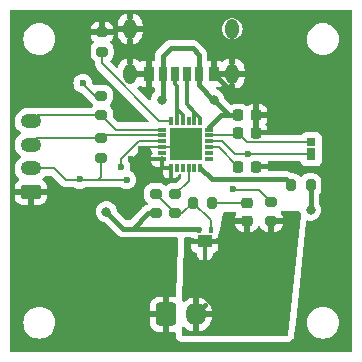
<source format=gbr>
%TF.GenerationSoftware,KiCad,Pcbnew,7.0.11-2.fc38*%
%TF.CreationDate,2024-03-11T20:51:48+00:00*%
%TF.ProjectId,tonie-charger-pd,746f6e69-652d-4636-9861-726765722d70,rev?*%
%TF.SameCoordinates,Original*%
%TF.FileFunction,Copper,L1,Top*%
%TF.FilePolarity,Positive*%
%FSLAX46Y46*%
G04 Gerber Fmt 4.6, Leading zero omitted, Abs format (unit mm)*
G04 Created by KiCad (PCBNEW 7.0.11-2.fc38) date 2024-03-11 20:51:48*
%MOMM*%
%LPD*%
G01*
G04 APERTURE LIST*
G04 Aperture macros list*
%AMRoundRect*
0 Rectangle with rounded corners*
0 $1 Rounding radius*
0 $2 $3 $4 $5 $6 $7 $8 $9 X,Y pos of 4 corners*
0 Add a 4 corners polygon primitive as box body*
4,1,4,$2,$3,$4,$5,$6,$7,$8,$9,$2,$3,0*
0 Add four circle primitives for the rounded corners*
1,1,$1+$1,$2,$3*
1,1,$1+$1,$4,$5*
1,1,$1+$1,$6,$7*
1,1,$1+$1,$8,$9*
0 Add four rect primitives between the rounded corners*
20,1,$1+$1,$2,$3,$4,$5,0*
20,1,$1+$1,$4,$5,$6,$7,0*
20,1,$1+$1,$6,$7,$8,$9,0*
20,1,$1+$1,$8,$9,$2,$3,0*%
G04 Aperture macros list end*
%TA.AperFunction,SMDPad,CuDef*%
%ADD10R,0.310000X0.500000*%
%TD*%
%TA.AperFunction,SMDPad,CuDef*%
%ADD11R,0.310000X0.650000*%
%TD*%
%TA.AperFunction,SMDPad,CuDef*%
%ADD12R,1.300000X1.000000*%
%TD*%
%TA.AperFunction,ComponentPad*%
%ADD13O,1.117600X1.701800*%
%TD*%
%TA.AperFunction,ComponentPad*%
%ADD14C,0.762000*%
%TD*%
%TA.AperFunction,SMDPad,CuDef*%
%ADD15R,0.812800X1.193800*%
%TD*%
%TA.AperFunction,SMDPad,CuDef*%
%ADD16R,0.762000X1.193800*%
%TD*%
%TA.AperFunction,SMDPad,CuDef*%
%ADD17R,0.711200X1.193800*%
%TD*%
%TA.AperFunction,SMDPad,CuDef*%
%ADD18RoundRect,0.200000X-0.275000X0.200000X-0.275000X-0.200000X0.275000X-0.200000X0.275000X0.200000X0*%
%TD*%
%TA.AperFunction,SMDPad,CuDef*%
%ADD19RoundRect,0.200000X-0.200000X-0.275000X0.200000X-0.275000X0.200000X0.275000X-0.200000X0.275000X0*%
%TD*%
%TA.AperFunction,SMDPad,CuDef*%
%ADD20RoundRect,0.200000X0.275000X-0.200000X0.275000X0.200000X-0.275000X0.200000X-0.275000X-0.200000X0*%
%TD*%
%TA.AperFunction,SMDPad,CuDef*%
%ADD21RoundRect,0.200000X0.200000X0.275000X-0.200000X0.275000X-0.200000X-0.275000X0.200000X-0.275000X0*%
%TD*%
%TA.AperFunction,ComponentPad*%
%ADD22RoundRect,0.250000X-0.600000X-0.725000X0.600000X-0.725000X0.600000X0.725000X-0.600000X0.725000X0*%
%TD*%
%TA.AperFunction,ComponentPad*%
%ADD23O,1.700000X1.950000*%
%TD*%
%TA.AperFunction,ComponentPad*%
%ADD24RoundRect,0.250000X0.625000X-0.350000X0.625000X0.350000X-0.625000X0.350000X-0.625000X-0.350000X0*%
%TD*%
%TA.AperFunction,ComponentPad*%
%ADD25O,1.750000X1.200000*%
%TD*%
%TA.AperFunction,SMDPad,CuDef*%
%ADD26R,0.300000X0.800000*%
%TD*%
%TA.AperFunction,SMDPad,CuDef*%
%ADD27R,0.800000X0.300000*%
%TD*%
%TA.AperFunction,SMDPad,CuDef*%
%ADD28R,2.800000X2.800000*%
%TD*%
%TA.AperFunction,SMDPad,CuDef*%
%ADD29R,0.800000X1.050000*%
%TD*%
%TA.AperFunction,SMDPad,CuDef*%
%ADD30R,0.800000X0.650000*%
%TD*%
%TA.AperFunction,SMDPad,CuDef*%
%ADD31RoundRect,0.225000X0.250000X-0.225000X0.250000X0.225000X-0.250000X0.225000X-0.250000X-0.225000X0*%
%TD*%
%TA.AperFunction,SMDPad,CuDef*%
%ADD32RoundRect,0.225000X0.225000X0.250000X-0.225000X0.250000X-0.225000X-0.250000X0.225000X-0.250000X0*%
%TD*%
%TA.AperFunction,SMDPad,CuDef*%
%ADD33RoundRect,0.225000X-0.225000X-0.250000X0.225000X-0.250000X0.225000X0.250000X-0.225000X0.250000X0*%
%TD*%
%TA.AperFunction,ViaPad*%
%ADD34C,0.600000*%
%TD*%
%TA.AperFunction,ViaPad*%
%ADD35C,0.800000*%
%TD*%
%TA.AperFunction,Conductor*%
%ADD36C,0.400000*%
%TD*%
%TA.AperFunction,Conductor*%
%ADD37C,0.200000*%
%TD*%
%TA.AperFunction,Conductor*%
%ADD38C,0.300000*%
%TD*%
G04 APERTURE END LIST*
D10*
%TO.P,Q1,1,G*%
%TO.N,Net-(Q1-G)*%
X117510000Y-119190000D03*
%TO.P,Q1,2,S*%
%TO.N,VBUS*%
X116510000Y-119190000D03*
D11*
%TO.P,Q1,3,D*%
%TO.N,/VSINK*%
X117010000Y-120915000D03*
D12*
X117010000Y-120090000D03*
%TD*%
D13*
%TO.P,J1,10,PAD*%
%TO.N,GND*%
X110679998Y-102119994D03*
%TO.P,J1,9,PAD*%
X110679998Y-105920000D03*
%TO.P,J1,7,PAD*%
X119320002Y-105920000D03*
%TO.P,J1,8,PAD*%
%TO.N,unconnected-(J1-PAD-Pad8)*%
X119320002Y-102119994D03*
D14*
%TO.P,J1,13*%
%TO.N,N/C*%
X119320002Y-102119994D03*
D15*
%TO.P,J1,6,GND*%
%TO.N,GND*%
X112250005Y-105920000D03*
D16*
%TO.P,J1,5,VBUS*%
%TO.N,VBUS*%
X113480003Y-105920000D03*
D17*
%TO.P,J1,4,CC2*%
%TO.N,/CC2*%
X114500001Y-105920000D03*
%TO.P,J1,3,CC1*%
%TO.N,/CC1*%
X115499999Y-105920000D03*
D16*
%TO.P,J1,2,VBUS*%
%TO.N,VBUS*%
X116519997Y-105920000D03*
D15*
%TO.P,J1,1,GND*%
%TO.N,GND*%
X117749995Y-105920000D03*
%TD*%
D18*
%TO.P,R1,1*%
%TO.N,GND*%
X108310000Y-102395000D03*
%TO.P,R1,2*%
%TO.N,Net-(IC1-RESET)*%
X108310000Y-104045000D03*
%TD*%
D19*
%TO.P,R8,1*%
%TO.N,Net-(Q1-G)*%
X116000000Y-116830000D03*
%TO.P,R8,2*%
%TO.N,Net-(C4-Pad2)*%
X117650000Y-116830000D03*
%TD*%
D20*
%TO.P,R7,1*%
%TO.N,Net-(Q1-G)*%
X114505000Y-117745000D03*
%TO.P,R7,2*%
%TO.N,Net-(IC1-VBUS_EN_SNK)*%
X114505000Y-116095000D03*
%TD*%
%TO.P,R6,1*%
%TO.N,VBUS*%
X112870000Y-117745000D03*
%TO.P,R6,2*%
%TO.N,Net-(Q1-G)*%
X112870000Y-116095000D03*
%TD*%
D21*
%TO.P,R5,1*%
%TO.N,VBUS*%
X125970000Y-115340000D03*
%TO.P,R5,2*%
%TO.N,Net-(IC1-VBUS_VS_DISCH)*%
X124320000Y-115340000D03*
%TD*%
D18*
%TO.P,R4,1*%
%TO.N,Net-(IC1-DISCH)*%
X122630000Y-116750000D03*
%TO.P,R4,2*%
%TO.N,/VSINK*%
X122630000Y-118400000D03*
%TD*%
%TO.P,R3,1*%
%TO.N,/SDA*%
X108250000Y-111395000D03*
%TO.P,R3,2*%
%TO.N,VDD*%
X108250000Y-113045000D03*
%TD*%
%TO.P,R2,1*%
%TO.N,VDD*%
X108250000Y-107775000D03*
%TO.P,R2,2*%
%TO.N,/SCL*%
X108250000Y-109425000D03*
%TD*%
D22*
%TO.P,J3,1,Pin_1*%
%TO.N,GND*%
X113750000Y-126290000D03*
D23*
%TO.P,J3,2,Pin_2*%
%TO.N,/VSINK*%
X116250000Y-126290000D03*
%TD*%
D24*
%TO.P,J2,1,Pin_1*%
%TO.N,GND*%
X102290000Y-115940000D03*
D25*
%TO.P,J2,2,Pin_2*%
%TO.N,VDD*%
X102290000Y-113940000D03*
%TO.P,J2,3,Pin_3*%
%TO.N,/SDA*%
X102290000Y-111940000D03*
%TO.P,J2,4,Pin_4*%
%TO.N,/SCL*%
X102290000Y-109940000D03*
%TD*%
D26*
%TO.P,IC1,1,CC1DB*%
%TO.N,/CC1*%
X116630000Y-109900000D03*
%TO.P,IC1,2,CC1*%
X116130000Y-109900000D03*
%TO.P,IC1,3,NC*%
%TO.N,unconnected-(IC1-NC-Pad3)*%
X115630000Y-109900000D03*
%TO.P,IC1,4,CC2*%
%TO.N,/CC2*%
X115130000Y-109900000D03*
%TO.P,IC1,5,CC2DB*%
X114630000Y-109900000D03*
%TO.P,IC1,6,RESET*%
%TO.N,Net-(IC1-RESET)*%
X114130000Y-109900000D03*
D27*
%TO.P,IC1,7,SCL*%
%TO.N,/SCL*%
X113380000Y-110650000D03*
%TO.P,IC1,8,SDA*%
%TO.N,/SDA*%
X113380000Y-111150000D03*
%TO.P,IC1,9,DISCH*%
%TO.N,Net-(IC1-DISCH)*%
X113380000Y-111650000D03*
%TO.P,IC1,10,GND*%
%TO.N,GND*%
X113380000Y-112150000D03*
%TO.P,IC1,11,ATTACH*%
%TO.N,unconnected-(IC1-ATTACH-Pad11)*%
X113380000Y-112650000D03*
%TO.P,IC1,12,ADDR0*%
%TO.N,GND*%
X113380000Y-113150000D03*
D26*
%TO.P,IC1,13,ADDR1*%
X114130000Y-113900000D03*
%TO.P,IC1,14,POWER_OK3*%
%TO.N,unconnected-(IC1-POWER_OK3-Pad14)*%
X114630000Y-113900000D03*
%TO.P,IC1,15,GPIO*%
%TO.N,unconnected-(IC1-GPIO-Pad15)*%
X115130000Y-113900000D03*
%TO.P,IC1,16,VBUS_EN_SNK*%
%TO.N,Net-(IC1-VBUS_EN_SNK)*%
X115630000Y-113900000D03*
%TO.P,IC1,17,A_B_SIDE*%
%TO.N,unconnected-(IC1-A_B_SIDE-Pad17)*%
X116130000Y-113900000D03*
%TO.P,IC1,18,VBUS_VS_DISCH*%
%TO.N,Net-(IC1-VBUS_VS_DISCH)*%
X116630000Y-113900000D03*
D27*
%TO.P,IC1,19,ALERT*%
%TO.N,unconnected-(IC1-ALERT-Pad19)*%
X117380000Y-113150000D03*
%TO.P,IC1,20,POWER_OK2*%
%TO.N,unconnected-(IC1-POWER_OK2-Pad20)*%
X117380000Y-112650000D03*
%TO.P,IC1,21,VREG_1V2*%
%TO.N,Net-(IC1-VREG_1V2)*%
X117380000Y-112150000D03*
%TO.P,IC1,22,VSYS*%
%TO.N,VDD*%
X117380000Y-111650000D03*
%TO.P,IC1,23,VREG_2V7*%
%TO.N,Net-(D1-A)*%
X117380000Y-111150000D03*
%TO.P,IC1,24,VDD*%
%TO.N,VBUS*%
X117380000Y-110650000D03*
D28*
%TO.P,IC1,25,EP*%
%TO.N,GND*%
X115380000Y-111900000D03*
%TD*%
D29*
%TO.P,D1,1,K*%
%TO.N,VDD*%
X126020000Y-112730000D03*
D30*
%TO.P,D1,2,A*%
%TO.N,Net-(D1-A)*%
X126020000Y-111680000D03*
%TD*%
D31*
%TO.P,C4,1*%
%TO.N,/VSINK*%
X120570000Y-118390000D03*
%TO.P,C4,2*%
%TO.N,Net-(C4-Pad2)*%
X120570000Y-116840000D03*
%TD*%
D32*
%TO.P,C3,1*%
%TO.N,GND*%
X121370000Y-113780000D03*
%TO.P,C3,2*%
%TO.N,Net-(IC1-VREG_1V2)*%
X119820000Y-113780000D03*
%TD*%
%TO.P,C2,1*%
%TO.N,GND*%
X121350000Y-110970000D03*
%TO.P,C2,2*%
%TO.N,Net-(D1-A)*%
X119800000Y-110970000D03*
%TD*%
D33*
%TO.P,C1,1*%
%TO.N,VBUS*%
X119815000Y-109450000D03*
%TO.P,C1,2*%
%TO.N,GND*%
X121365000Y-109450000D03*
%TD*%
D34*
%TO.N,GND*%
X110440000Y-117000000D03*
X105400000Y-121220000D03*
X104530000Y-121220000D03*
X103630000Y-121220000D03*
D35*
%TO.N,VBUS*%
X125960000Y-117470000D03*
D34*
%TO.N,Net-(IC1-DISCH)*%
X109910000Y-113800000D03*
X119410000Y-115720000D03*
%TO.N,GND*%
X110790000Y-113130000D03*
X111610000Y-113900000D03*
X111650000Y-112310000D03*
D35*
%TO.N,VBUS*%
X108670000Y-117610000D03*
X113360000Y-108110000D03*
D34*
%TO.N,GND*%
X124120000Y-107320000D03*
%TO.N,VDD*%
X110390000Y-114900000D03*
X106410000Y-114870000D03*
X106690000Y-106740000D03*
D35*
%TO.N,VBUS*%
X117750000Y-108120000D03*
D34*
%TO.N,VDD*%
X120650000Y-112730000D03*
%TD*%
D36*
%TO.N,VBUS*%
X125970000Y-117480000D02*
X125970000Y-117530000D01*
X125960000Y-117470000D02*
X125970000Y-117480000D01*
X125970000Y-117460000D02*
X125960000Y-117470000D01*
X125970000Y-117530000D02*
X125980000Y-117540000D01*
X125970000Y-115340000D02*
X125970000Y-117460000D01*
%TO.N,Net-(IC1-VBUS_VS_DISCH)*%
X124320000Y-115340000D02*
X123850000Y-114870000D01*
X123850000Y-114870000D02*
X117600000Y-114870000D01*
X117600000Y-114870000D02*
X116630000Y-113900000D01*
D37*
%TO.N,Net-(IC1-DISCH)*%
X109910000Y-113800000D02*
X109910000Y-113720000D01*
X109910000Y-113161471D02*
X109910000Y-113800000D01*
X111421471Y-111650000D02*
X109910000Y-113161471D01*
X113380000Y-111650000D02*
X111421471Y-111650000D01*
X119400000Y-115730000D02*
X119380000Y-115730000D01*
X119410000Y-115720000D02*
X119400000Y-115730000D01*
X119420000Y-115730000D02*
X119410000Y-115720000D01*
X121610000Y-115730000D02*
X119420000Y-115730000D01*
X122630000Y-116750000D02*
X121610000Y-115730000D01*
%TO.N,GND*%
X110770000Y-113150000D02*
X110710000Y-113150000D01*
X110790000Y-113130000D02*
X110770000Y-113150000D01*
X110810000Y-113150000D02*
X110790000Y-113130000D01*
X113380000Y-113150000D02*
X110810000Y-113150000D01*
X111610000Y-113870000D02*
X111630000Y-113890000D01*
X111610000Y-113900000D02*
X111610000Y-113870000D01*
X111640000Y-113900000D02*
X111610000Y-113900000D01*
X111640000Y-113900000D02*
X111640000Y-113900000D01*
X114130000Y-113900000D02*
X111640000Y-113900000D01*
X113380000Y-112150000D02*
X115130000Y-112150000D01*
X115130000Y-112150000D02*
X115380000Y-111900000D01*
X111620000Y-112310000D02*
X111650000Y-112280000D01*
X111650000Y-112310000D02*
X111620000Y-112310000D01*
X111650000Y-112280000D02*
X111650000Y-112310000D01*
X111780000Y-112150000D02*
X111650000Y-112280000D01*
X113380000Y-112150000D02*
X111780000Y-112150000D01*
D36*
%TO.N,VBUS*%
X110100000Y-119040000D02*
X110900000Y-119040000D01*
X110900000Y-119040000D02*
X116510000Y-119040000D01*
X112195000Y-117745000D02*
X110900000Y-119040000D01*
X112870000Y-117745000D02*
X112195000Y-117745000D01*
X108670000Y-117610000D02*
X110100000Y-119040000D01*
X113320000Y-108110000D02*
X113320000Y-108110000D01*
X113360000Y-108110000D02*
X113320000Y-108110000D01*
X113360000Y-108070000D02*
X113360000Y-108110000D01*
X113480003Y-107949997D02*
X113360000Y-108070000D01*
X113480003Y-105920000D02*
X113480003Y-107949997D01*
%TO.N,/VSINK*%
X117010000Y-125530000D02*
X116250000Y-126290000D01*
%TO.N,GND*%
X124130000Y-107310000D02*
X124170000Y-107310000D01*
X124120000Y-107320000D02*
X124130000Y-107310000D01*
X124110000Y-107310000D02*
X124120000Y-107320000D01*
X119139995Y-107310000D02*
X124110000Y-107310000D01*
X117749995Y-105920000D02*
X119139995Y-107310000D01*
X112250005Y-105920000D02*
X112250005Y-103469995D01*
X112250005Y-103469995D02*
X113520000Y-102200000D01*
X113520000Y-102200000D02*
X116750000Y-102200000D01*
X116750000Y-102200000D02*
X117749995Y-103199995D01*
X117749995Y-103199995D02*
X117749995Y-105920000D01*
D37*
%TO.N,Net-(IC1-RESET)*%
X114130000Y-109900000D02*
X113153371Y-109900000D01*
X113153371Y-109900000D02*
X108310000Y-105056629D01*
X108310000Y-105056629D02*
X108310000Y-104045000D01*
%TO.N,VDD*%
X110360000Y-114910000D02*
X110350000Y-114910000D01*
X110390000Y-114900000D02*
X110360000Y-114910000D01*
X110340000Y-114910000D02*
X110390000Y-114900000D01*
X106450000Y-114910000D02*
X107980000Y-114910000D01*
X106410000Y-114870000D02*
X106450000Y-114910000D01*
X106370000Y-114910000D02*
X106410000Y-114870000D01*
X106660000Y-106740000D02*
X106690000Y-106770000D01*
X106690000Y-106740000D02*
X106660000Y-106740000D01*
X106690000Y-106770000D02*
X106690000Y-106740000D01*
X107695000Y-107775000D02*
X106690000Y-106770000D01*
X108250000Y-107775000D02*
X107695000Y-107775000D01*
X108250000Y-113045000D02*
X108250000Y-114640000D01*
X108250000Y-114640000D02*
X107980000Y-114910000D01*
%TO.N,/SDA*%
X108250000Y-111395000D02*
X102835000Y-111395000D01*
X102835000Y-111395000D02*
X102290000Y-111940000D01*
X113380000Y-111150000D02*
X108495000Y-111150000D01*
X108495000Y-111150000D02*
X108250000Y-111395000D01*
%TO.N,/SCL*%
X108250000Y-109425000D02*
X102805000Y-109425000D01*
X102805000Y-109425000D02*
X102290000Y-109940000D01*
X113380000Y-110650000D02*
X109475000Y-110650000D01*
X109475000Y-110650000D02*
X108250000Y-109425000D01*
%TO.N,VDD*%
X105220000Y-114910000D02*
X106370000Y-114910000D01*
X107980000Y-114910000D02*
X110340000Y-114910000D01*
X102290000Y-113940000D02*
X104250000Y-113940000D01*
X104250000Y-113940000D02*
X105220000Y-114910000D01*
D36*
%TO.N,VBUS*%
X117750000Y-108146903D02*
X119053097Y-109450000D01*
X117750000Y-108120000D02*
X117750000Y-108146903D01*
X117723097Y-108120000D02*
X117750000Y-108120000D01*
D37*
%TO.N,VDD*%
X120650000Y-112730000D02*
X119570000Y-112730000D01*
%TO.N,Net-(D1-A)*%
X119800000Y-110970000D02*
X120575000Y-111745000D01*
X120575000Y-111745000D02*
X125955000Y-111745000D01*
X125955000Y-111745000D02*
X126020000Y-111680000D01*
%TO.N,VDD*%
X126020000Y-112730000D02*
X120650000Y-112730000D01*
X119570000Y-112730000D02*
X119560000Y-112740000D01*
X118470000Y-111650000D02*
X119560000Y-112740000D01*
X117380000Y-111650000D02*
X118470000Y-111650000D01*
%TO.N,Net-(IC1-VREG_1V2)*%
X119820000Y-113780000D02*
X118190000Y-112150000D01*
X118190000Y-112150000D02*
X117380000Y-112150000D01*
%TO.N,Net-(D1-A)*%
X117380000Y-111150000D02*
X119620000Y-111150000D01*
X119620000Y-111150000D02*
X119800000Y-110970000D01*
D36*
%TO.N,VBUS*%
X119815000Y-109450000D02*
X118380000Y-109450000D01*
X118380000Y-109450000D02*
X117380000Y-110450000D01*
X116519997Y-105920000D02*
X116519997Y-106916900D01*
X116519997Y-106916900D02*
X117723097Y-108120000D01*
X119053097Y-109450000D02*
X119815000Y-109450000D01*
X113480003Y-105920000D02*
X113480003Y-104419997D01*
X113480003Y-104419997D02*
X114130000Y-103770000D01*
X114130000Y-103770000D02*
X115970000Y-103770000D01*
X115970000Y-103770000D02*
X116519997Y-104319997D01*
X116519997Y-104319997D02*
X116519997Y-105920000D01*
D38*
%TO.N,/CC1*%
X116630000Y-109900000D02*
X116630000Y-109650000D01*
X116630000Y-109650000D02*
X116130000Y-109150000D01*
X115499999Y-105920000D02*
X115499999Y-108519999D01*
X115499999Y-108519999D02*
X116130000Y-109150000D01*
X116130000Y-109150000D02*
X116130000Y-109900000D01*
%TO.N,/CC2*%
X114630000Y-106946899D02*
X114630000Y-108930000D01*
X115130000Y-109900000D02*
X115130000Y-109430000D01*
X114630000Y-108930000D02*
X114630000Y-109900000D01*
X115130000Y-109430000D02*
X114630000Y-108930000D01*
X114500001Y-105920000D02*
X114500001Y-106816900D01*
X114500001Y-106816900D02*
X114630000Y-106946899D01*
D37*
%TO.N,Net-(Q1-G)*%
X114505000Y-117745000D02*
X114505000Y-117730000D01*
X114505000Y-117730000D02*
X112870000Y-116095000D01*
X117510000Y-119190000D02*
X117510000Y-118340000D01*
X117510000Y-118340000D02*
X116000000Y-116830000D01*
%TO.N,Net-(C4-Pad2)*%
X117650000Y-116830000D02*
X120560000Y-116830000D01*
X120560000Y-116830000D02*
X120570000Y-116840000D01*
%TO.N,Net-(Q1-G)*%
X114505000Y-117745000D02*
X115085000Y-117745000D01*
X115085000Y-117745000D02*
X116000000Y-116830000D01*
%TO.N,Net-(IC1-VBUS_EN_SNK)*%
X115630000Y-113900000D02*
X115630000Y-114970000D01*
X115630000Y-114970000D02*
X114505000Y-116095000D01*
%TD*%
%TA.AperFunction,Conductor*%
%TO.N,/VSINK*%
G36*
X125013453Y-117543008D02*
G01*
X125060318Y-117594830D01*
X125071961Y-117635756D01*
X125074326Y-117658256D01*
X125074327Y-117658259D01*
X125127900Y-117823140D01*
X125133309Y-117874233D01*
X124081520Y-128028775D01*
X124055033Y-128093430D01*
X123997796Y-128133501D01*
X123958180Y-128140000D01*
X115166688Y-128140000D01*
X115099649Y-128120315D01*
X115053894Y-128067511D01*
X115042717Y-128013340D01*
X115055314Y-127426173D01*
X115076431Y-127359573D01*
X115130205Y-127314962D01*
X115199561Y-127306504D01*
X115262479Y-127336885D01*
X115266966Y-127341154D01*
X115378917Y-127453105D01*
X115572421Y-127588600D01*
X115786507Y-127688429D01*
X115786516Y-127688433D01*
X116000000Y-127745634D01*
X116000000Y-126698018D01*
X116114801Y-126750446D01*
X116216025Y-126765000D01*
X116283975Y-126765000D01*
X116385199Y-126750446D01*
X116500000Y-126698018D01*
X116500000Y-127745633D01*
X116713483Y-127688433D01*
X116713492Y-127688429D01*
X116927577Y-127588600D01*
X116927579Y-127588599D01*
X117121073Y-127453113D01*
X117121079Y-127453108D01*
X117288108Y-127286079D01*
X117288113Y-127286073D01*
X117423599Y-127092579D01*
X117423600Y-127092577D01*
X117523429Y-126878492D01*
X117523433Y-126878483D01*
X117584567Y-126650326D01*
X117584569Y-126650316D01*
X117594221Y-126540000D01*
X116653969Y-126540000D01*
X116686519Y-126489351D01*
X116725000Y-126358295D01*
X116725000Y-126221705D01*
X116686519Y-126090649D01*
X116653969Y-126040000D01*
X117594221Y-126040000D01*
X117584569Y-125929683D01*
X117584567Y-125929673D01*
X117523433Y-125701516D01*
X117523429Y-125701507D01*
X117423600Y-125487422D01*
X117423599Y-125487420D01*
X117288113Y-125293926D01*
X117288108Y-125293920D01*
X117121082Y-125126894D01*
X116927578Y-124991399D01*
X116713492Y-124891570D01*
X116713486Y-124891567D01*
X116500000Y-124834364D01*
X116500000Y-125881981D01*
X116385199Y-125829554D01*
X116283975Y-125815000D01*
X116216025Y-125815000D01*
X116114801Y-125829554D01*
X116000000Y-125881981D01*
X116000000Y-124834364D01*
X115999999Y-124834364D01*
X115786513Y-124891567D01*
X115786507Y-124891570D01*
X115572422Y-124991399D01*
X115572420Y-124991400D01*
X115378926Y-125126886D01*
X115316902Y-125188910D01*
X115255578Y-125222394D01*
X115185887Y-125217409D01*
X115129953Y-125175538D01*
X115105537Y-125110073D01*
X115105250Y-125098594D01*
X115207341Y-120340000D01*
X115860000Y-120340000D01*
X115860000Y-120637844D01*
X115866401Y-120697372D01*
X115866403Y-120697379D01*
X115916645Y-120832086D01*
X115916649Y-120832093D01*
X116002809Y-120947187D01*
X116002812Y-120947190D01*
X116117906Y-121033350D01*
X116117913Y-121033354D01*
X116252620Y-121083596D01*
X116259505Y-121085223D01*
X116320224Y-121119791D01*
X116352615Y-121181699D01*
X116355000Y-121205902D01*
X116355000Y-121287844D01*
X116361401Y-121347372D01*
X116361403Y-121347379D01*
X116411645Y-121482086D01*
X116411649Y-121482093D01*
X116497809Y-121597187D01*
X116497812Y-121597190D01*
X116612906Y-121683350D01*
X116612913Y-121683354D01*
X116747620Y-121733596D01*
X116747627Y-121733598D01*
X116807155Y-121739999D01*
X116807172Y-121740000D01*
X116855000Y-121740000D01*
X116855000Y-120884000D01*
X116874685Y-120816961D01*
X116927489Y-120771206D01*
X116979000Y-120760000D01*
X117041000Y-120760000D01*
X117108039Y-120779685D01*
X117153794Y-120832489D01*
X117165000Y-120884000D01*
X117165000Y-121740000D01*
X117212828Y-121740000D01*
X117212844Y-121739999D01*
X117272372Y-121733598D01*
X117272379Y-121733596D01*
X117407086Y-121683354D01*
X117407093Y-121683350D01*
X117522187Y-121597190D01*
X117522190Y-121597187D01*
X117608350Y-121482093D01*
X117608354Y-121482086D01*
X117658596Y-121347379D01*
X117658598Y-121347372D01*
X117664999Y-121287844D01*
X117665000Y-121287827D01*
X117665000Y-121205902D01*
X117684685Y-121138863D01*
X117737489Y-121093108D01*
X117760495Y-121085223D01*
X117767379Y-121083596D01*
X117902086Y-121033354D01*
X117902093Y-121033350D01*
X118017187Y-120947190D01*
X118017190Y-120947187D01*
X118103350Y-120832093D01*
X118103354Y-120832086D01*
X118153596Y-120697379D01*
X118153598Y-120697372D01*
X118159999Y-120637844D01*
X118160000Y-120637827D01*
X118160000Y-120340000D01*
X115860000Y-120340000D01*
X115207341Y-120340000D01*
X115217314Y-119875160D01*
X115238432Y-119808561D01*
X115292205Y-119763950D01*
X115345129Y-119753883D01*
X115739846Y-119766133D01*
X115806243Y-119787887D01*
X115821151Y-119806210D01*
X115823681Y-119803681D01*
X115860000Y-119840000D01*
X116012893Y-119840000D01*
X116079932Y-119859685D01*
X116087204Y-119864733D01*
X116112668Y-119883795D01*
X116112671Y-119883797D01*
X116157618Y-119900561D01*
X116247517Y-119934091D01*
X116307127Y-119940500D01*
X116712872Y-119940499D01*
X116772483Y-119934091D01*
X116772488Y-119934089D01*
X116907329Y-119883797D01*
X116907329Y-119883796D01*
X116907331Y-119883796D01*
X116932794Y-119864733D01*
X116998258Y-119840316D01*
X117007106Y-119840000D01*
X117012894Y-119840000D01*
X117079933Y-119859685D01*
X117087203Y-119864732D01*
X117112669Y-119883796D01*
X117112670Y-119883796D01*
X117112670Y-119883797D01*
X117187155Y-119911577D01*
X117247517Y-119934091D01*
X117307127Y-119940500D01*
X117712872Y-119940499D01*
X117772483Y-119934091D01*
X117907331Y-119883796D01*
X117932796Y-119864733D01*
X117998261Y-119840316D01*
X118007107Y-119840000D01*
X118160000Y-119840000D01*
X118160000Y-119658888D01*
X118162560Y-119633820D01*
X118254675Y-119187575D01*
X118367706Y-118640000D01*
X119595001Y-118640000D01*
X119595001Y-118663322D01*
X119605144Y-118762607D01*
X119658452Y-118923481D01*
X119658457Y-118923492D01*
X119747424Y-119067728D01*
X119747427Y-119067732D01*
X119867267Y-119187572D01*
X119867271Y-119187575D01*
X120011507Y-119276542D01*
X120011518Y-119276547D01*
X120172393Y-119329855D01*
X120271683Y-119339999D01*
X120319999Y-119339998D01*
X120320000Y-119339998D01*
X120320000Y-118640000D01*
X119595001Y-118640000D01*
X118367706Y-118640000D01*
X118550017Y-117756804D01*
X118582847Y-117695131D01*
X118643811Y-117660996D01*
X118668819Y-117657903D01*
X119567936Y-117638831D01*
X119635376Y-117657089D01*
X119682241Y-117708911D01*
X119693649Y-117777843D01*
X119676104Y-117827898D01*
X119658456Y-117856511D01*
X119658452Y-117856518D01*
X119605144Y-118017393D01*
X119595000Y-118116677D01*
X119595000Y-118140000D01*
X120696000Y-118140000D01*
X120763039Y-118159685D01*
X120808794Y-118212489D01*
X120820000Y-118264000D01*
X120820000Y-119339999D01*
X120868308Y-119339999D01*
X120868322Y-119339998D01*
X120967607Y-119329855D01*
X121128481Y-119276547D01*
X121128492Y-119276542D01*
X121272728Y-119187575D01*
X121272732Y-119187572D01*
X121392572Y-119067732D01*
X121392575Y-119067728D01*
X121481542Y-118923492D01*
X121481549Y-118923477D01*
X121485801Y-118910646D01*
X121525572Y-118853200D01*
X121590088Y-118826376D01*
X121658864Y-118838690D01*
X121709624Y-118885498D01*
X121799927Y-119034877D01*
X121920122Y-119155072D01*
X122065604Y-119243019D01*
X122065603Y-119243019D01*
X122227894Y-119293590D01*
X122227892Y-119293590D01*
X122298418Y-119299999D01*
X122379999Y-119299998D01*
X122380000Y-119299998D01*
X122380000Y-118650000D01*
X122880000Y-118650000D01*
X122880000Y-119299999D01*
X122961581Y-119299999D01*
X123032102Y-119293591D01*
X123032107Y-119293590D01*
X123194396Y-119243018D01*
X123339877Y-119155072D01*
X123460072Y-119034877D01*
X123548019Y-118889395D01*
X123598590Y-118727106D01*
X123605000Y-118656572D01*
X123605000Y-118650000D01*
X122880000Y-118650000D01*
X122380000Y-118650000D01*
X122380000Y-118274000D01*
X122399685Y-118206961D01*
X122452489Y-118161206D01*
X122504000Y-118150000D01*
X123604999Y-118150000D01*
X123604999Y-118143417D01*
X123598591Y-118072897D01*
X123598590Y-118072892D01*
X123548018Y-117910603D01*
X123460072Y-117765122D01*
X123455446Y-117759217D01*
X123456738Y-117758204D01*
X123427563Y-117704775D01*
X123432547Y-117635083D01*
X123474419Y-117579150D01*
X123539883Y-117554733D01*
X123546043Y-117554447D01*
X124946015Y-117524751D01*
X125013453Y-117543008D01*
G37*
%TD.AperFunction*%
%TD*%
%TA.AperFunction,Conductor*%
%TO.N,GND*%
G36*
X129442539Y-100520185D02*
G01*
X129488294Y-100572989D01*
X129499500Y-100624500D01*
X129499500Y-129375500D01*
X129479815Y-129442539D01*
X129427011Y-129488294D01*
X129375500Y-129499500D01*
X100624500Y-129499500D01*
X100557461Y-129479815D01*
X100511706Y-129427011D01*
X100500500Y-129375500D01*
X100500500Y-127000000D01*
X101644341Y-127000000D01*
X101664936Y-127235403D01*
X101664938Y-127235413D01*
X101726094Y-127463655D01*
X101726096Y-127463659D01*
X101726097Y-127463663D01*
X101735275Y-127483345D01*
X101825964Y-127677828D01*
X101825965Y-127677830D01*
X101961505Y-127871402D01*
X102128597Y-128038494D01*
X102322169Y-128174034D01*
X102322171Y-128174035D01*
X102536337Y-128273903D01*
X102536343Y-128273904D01*
X102536344Y-128273905D01*
X102549776Y-128277504D01*
X102764592Y-128335063D01*
X102941032Y-128350499D01*
X102941033Y-128350500D01*
X102941034Y-128350500D01*
X103058967Y-128350500D01*
X103058967Y-128350499D01*
X103235408Y-128335063D01*
X103463663Y-128273903D01*
X103677829Y-128174035D01*
X103871401Y-128038495D01*
X104038495Y-127871401D01*
X104174035Y-127677830D01*
X104273903Y-127463663D01*
X104335063Y-127235408D01*
X104355659Y-127000000D01*
X104335063Y-126764592D01*
X104288626Y-126591285D01*
X104273905Y-126536344D01*
X104273904Y-126536343D01*
X104273903Y-126536337D01*
X104174035Y-126322171D01*
X104174034Y-126322169D01*
X104038494Y-126128597D01*
X103871402Y-125961505D01*
X103677830Y-125825965D01*
X103677828Y-125825964D01*
X103570746Y-125776031D01*
X103463663Y-125726097D01*
X103463659Y-125726096D01*
X103463655Y-125726094D01*
X103235413Y-125664938D01*
X103235403Y-125664936D01*
X103058967Y-125649500D01*
X103058966Y-125649500D01*
X102941034Y-125649500D01*
X102941033Y-125649500D01*
X102764596Y-125664936D01*
X102764586Y-125664938D01*
X102536344Y-125726094D01*
X102536335Y-125726098D01*
X102322171Y-125825964D01*
X102322169Y-125825965D01*
X102128597Y-125961505D01*
X101961506Y-126128597D01*
X101961501Y-126128604D01*
X101825967Y-126322165D01*
X101825965Y-126322169D01*
X101726098Y-126536335D01*
X101726094Y-126536344D01*
X101664938Y-126764586D01*
X101664936Y-126764596D01*
X101644341Y-126999999D01*
X101644341Y-127000000D01*
X100500500Y-127000000D01*
X100500500Y-113887401D01*
X100910746Y-113887401D01*
X100920745Y-114097327D01*
X100970296Y-114301578D01*
X100970298Y-114301582D01*
X101057598Y-114492743D01*
X101057601Y-114492748D01*
X101057602Y-114492750D01*
X101057604Y-114492753D01*
X101174697Y-114657187D01*
X101179515Y-114663953D01*
X101282456Y-114762107D01*
X101317391Y-114822616D01*
X101314066Y-114892406D01*
X101273538Y-114949321D01*
X101261983Y-114957388D01*
X101196659Y-114997680D01*
X101196655Y-114997683D01*
X101072684Y-115121654D01*
X100980643Y-115270875D01*
X100980641Y-115270880D01*
X100925494Y-115437302D01*
X100925493Y-115437309D01*
X100915000Y-115540013D01*
X100915000Y-115690000D01*
X102010440Y-115690000D01*
X101971722Y-115732059D01*
X101921449Y-115846670D01*
X101911114Y-115971395D01*
X101941837Y-116092719D01*
X102005394Y-116190000D01*
X100915001Y-116190000D01*
X100915001Y-116339986D01*
X100925494Y-116442697D01*
X100980641Y-116609119D01*
X100980643Y-116609124D01*
X101072684Y-116758345D01*
X101196654Y-116882315D01*
X101345875Y-116974356D01*
X101345880Y-116974358D01*
X101512302Y-117029505D01*
X101512309Y-117029506D01*
X101615019Y-117039999D01*
X102039999Y-117039999D01*
X102040000Y-117039998D01*
X102040000Y-116220617D01*
X102109052Y-116274363D01*
X102227424Y-116315000D01*
X102321073Y-116315000D01*
X102413446Y-116299586D01*
X102523514Y-116240019D01*
X102540000Y-116222110D01*
X102540000Y-117039999D01*
X102964972Y-117039999D01*
X102964986Y-117039998D01*
X103067697Y-117029505D01*
X103234119Y-116974358D01*
X103234124Y-116974356D01*
X103383345Y-116882315D01*
X103507315Y-116758345D01*
X103599356Y-116609124D01*
X103599358Y-116609119D01*
X103654505Y-116442697D01*
X103654506Y-116442690D01*
X103664999Y-116339986D01*
X103665000Y-116339973D01*
X103665000Y-116190000D01*
X102569560Y-116190000D01*
X102608278Y-116147941D01*
X102658551Y-116033330D01*
X102668886Y-115908605D01*
X102638163Y-115787281D01*
X102574606Y-115690000D01*
X103664999Y-115690000D01*
X103664999Y-115540028D01*
X103664998Y-115540013D01*
X103654505Y-115437302D01*
X103599358Y-115270880D01*
X103599356Y-115270875D01*
X103507315Y-115121654D01*
X103383344Y-114997683D01*
X103383340Y-114997680D01*
X103319841Y-114958513D01*
X103273116Y-114906565D01*
X103261895Y-114837603D01*
X103289738Y-114773521D01*
X103308289Y-114755503D01*
X103327882Y-114740095D01*
X103327881Y-114740095D01*
X103327886Y-114740092D01*
X103463751Y-114583296D01*
X103522528Y-114545523D01*
X103557463Y-114540500D01*
X103949903Y-114540500D01*
X104016942Y-114560185D01*
X104037584Y-114576819D01*
X104761799Y-115301034D01*
X104772493Y-115313228D01*
X104791718Y-115338282D01*
X104818929Y-115359161D01*
X104869782Y-115398182D01*
X104869783Y-115398184D01*
X104908215Y-115427673D01*
X104917159Y-115434536D01*
X104917161Y-115434536D01*
X104917163Y-115434538D01*
X104978178Y-115459811D01*
X105063238Y-115495044D01*
X105141619Y-115505363D01*
X105219999Y-115515682D01*
X105220000Y-115515682D01*
X105251302Y-115511560D01*
X105267487Y-115510500D01*
X105889017Y-115510500D01*
X105954989Y-115529506D01*
X106060477Y-115595789D01*
X106060481Y-115595790D01*
X106230737Y-115655366D01*
X106230743Y-115655367D01*
X106230745Y-115655368D01*
X106230746Y-115655368D01*
X106230750Y-115655369D01*
X106409996Y-115675565D01*
X106410000Y-115675565D01*
X106410004Y-115675565D01*
X106589249Y-115655369D01*
X106589251Y-115655368D01*
X106589255Y-115655368D01*
X106589258Y-115655366D01*
X106589262Y-115655366D01*
X106679377Y-115623832D01*
X106759522Y-115595789D01*
X106865011Y-115529505D01*
X106930983Y-115510500D01*
X107932513Y-115510500D01*
X107948697Y-115511560D01*
X107980000Y-115515682D01*
X108011302Y-115511560D01*
X108027487Y-115510500D01*
X109821273Y-115510500D01*
X109887245Y-115529506D01*
X109887737Y-115529815D01*
X109887738Y-115529816D01*
X109909820Y-115543691D01*
X110008019Y-115605394D01*
X110040478Y-115625789D01*
X110171444Y-115671616D01*
X110210745Y-115685368D01*
X110210750Y-115685369D01*
X110389996Y-115705565D01*
X110390000Y-115705565D01*
X110390004Y-115705565D01*
X110569249Y-115685369D01*
X110569252Y-115685368D01*
X110569255Y-115685368D01*
X110739522Y-115625789D01*
X110892262Y-115529816D01*
X111019816Y-115402262D01*
X111115789Y-115249522D01*
X111175368Y-115079255D01*
X111184559Y-114997683D01*
X111195565Y-114900003D01*
X111195565Y-114899996D01*
X111175369Y-114720750D01*
X111175368Y-114720745D01*
X111127273Y-114583297D01*
X111115789Y-114550478D01*
X111110520Y-114542093D01*
X111034760Y-114421522D01*
X111019816Y-114397738D01*
X110892262Y-114270184D01*
X110803363Y-114214325D01*
X110733626Y-114170506D01*
X110734893Y-114168488D01*
X110691324Y-114129140D01*
X110673021Y-114061711D01*
X110675135Y-114050000D01*
X113480000Y-114050000D01*
X113480000Y-114347844D01*
X113486401Y-114407372D01*
X113486403Y-114407379D01*
X113536645Y-114542086D01*
X113536649Y-114542093D01*
X113622809Y-114657187D01*
X113622812Y-114657190D01*
X113737906Y-114743350D01*
X113737913Y-114743354D01*
X113872620Y-114793596D01*
X113872627Y-114793598D01*
X113932155Y-114799999D01*
X113932172Y-114800000D01*
X113980000Y-114800000D01*
X113980000Y-114050000D01*
X113480000Y-114050000D01*
X110675135Y-114050000D01*
X110679952Y-114023308D01*
X110695368Y-113979255D01*
X110707715Y-113869676D01*
X110715565Y-113800000D01*
X110715565Y-113799996D01*
X110695369Y-113620750D01*
X110695368Y-113620745D01*
X110670913Y-113550857D01*
X110635789Y-113450478D01*
X110624513Y-113432533D01*
X110605512Y-113365299D01*
X110625410Y-113300000D01*
X112480000Y-113300000D01*
X112480000Y-113347844D01*
X112486401Y-113407372D01*
X112486403Y-113407379D01*
X112536645Y-113542086D01*
X112536649Y-113542093D01*
X112622809Y-113657187D01*
X112622812Y-113657190D01*
X112737906Y-113743350D01*
X112737913Y-113743354D01*
X112872620Y-113793596D01*
X112872627Y-113793598D01*
X112932155Y-113799999D01*
X112932172Y-113800000D01*
X113230000Y-113800000D01*
X113230000Y-113300000D01*
X112480000Y-113300000D01*
X110625410Y-113300000D01*
X110625878Y-113298463D01*
X110641820Y-113278884D01*
X111633887Y-112286819D01*
X111695210Y-112253334D01*
X111721568Y-112250500D01*
X112358153Y-112250500D01*
X112425192Y-112270185D01*
X112470947Y-112322989D01*
X112481442Y-112361244D01*
X112486401Y-112407373D01*
X112486403Y-112407379D01*
X112536645Y-112542086D01*
X112536648Y-112542092D01*
X112561800Y-112575691D01*
X112586216Y-112641155D01*
X112571364Y-112709428D01*
X112561800Y-112724309D01*
X112536648Y-112757907D01*
X112536645Y-112757913D01*
X112486403Y-112892620D01*
X112486401Y-112892627D01*
X112480000Y-112952155D01*
X112480000Y-113000000D01*
X113230000Y-113000000D01*
X113240184Y-112989815D01*
X113249685Y-112957460D01*
X113302489Y-112911705D01*
X113353997Y-112900499D01*
X113406001Y-112900499D01*
X113473039Y-112920184D01*
X113518794Y-112972988D01*
X113530000Y-113024499D01*
X113530000Y-113750000D01*
X114156000Y-113750000D01*
X114223039Y-113769685D01*
X114268794Y-113822489D01*
X114280000Y-113874000D01*
X114280000Y-114800000D01*
X114327828Y-114800000D01*
X114327844Y-114799999D01*
X114387372Y-114793598D01*
X114387379Y-114793596D01*
X114522086Y-114743354D01*
X114522093Y-114743350D01*
X114637187Y-114657190D01*
X114637190Y-114657187D01*
X114723350Y-114542093D01*
X114723355Y-114542084D01*
X114752006Y-114465267D01*
X114793877Y-114409333D01*
X114820744Y-114394034D01*
X114830502Y-114389993D01*
X114831975Y-114393551D01*
X114877763Y-114379205D01*
X114928244Y-114393043D01*
X114929507Y-114389996D01*
X114940784Y-114394667D01*
X114940787Y-114394669D01*
X114940789Y-114394669D01*
X114952072Y-114399343D01*
X114950426Y-114403314D01*
X114991559Y-114424805D01*
X115026163Y-114485504D01*
X115029500Y-114514079D01*
X115029500Y-114669903D01*
X115009815Y-114736942D01*
X114993181Y-114757584D01*
X114592584Y-115158181D01*
X114531261Y-115191666D01*
X114504903Y-115194500D01*
X114173384Y-115194500D01*
X114154145Y-115196248D01*
X114102807Y-115200913D01*
X113940393Y-115251522D01*
X113794811Y-115339530D01*
X113794810Y-115339531D01*
X113775181Y-115359161D01*
X113713858Y-115392646D01*
X113644166Y-115387662D01*
X113599819Y-115359161D01*
X113580188Y-115339530D01*
X113536679Y-115313228D01*
X113434606Y-115251522D01*
X113272196Y-115200914D01*
X113272194Y-115200913D01*
X113272192Y-115200913D01*
X113222778Y-115196423D01*
X113201616Y-115194500D01*
X112538384Y-115194500D01*
X112519145Y-115196248D01*
X112467807Y-115200913D01*
X112305393Y-115251522D01*
X112159811Y-115339530D01*
X112039530Y-115459811D01*
X111951522Y-115605393D01*
X111900913Y-115767807D01*
X111894500Y-115838386D01*
X111894500Y-116351613D01*
X111900913Y-116422192D01*
X111900913Y-116422194D01*
X111900914Y-116422196D01*
X111951522Y-116584606D01*
X112027023Y-116709500D01*
X112039530Y-116730188D01*
X112141661Y-116832319D01*
X112175146Y-116893642D01*
X112170162Y-116963334D01*
X112141658Y-117007685D01*
X112128492Y-117020850D01*
X112067167Y-117054332D01*
X112055764Y-117056261D01*
X112026127Y-117059860D01*
X112026121Y-117059861D01*
X112016647Y-117063454D01*
X111995049Y-117069475D01*
X111985069Y-117071304D01*
X111930227Y-117095987D01*
X111923309Y-117098852D01*
X111867072Y-117120181D01*
X111867063Y-117120185D01*
X111858721Y-117125943D01*
X111839189Y-117136960D01*
X111829946Y-117141120D01*
X111782609Y-117178206D01*
X111776579Y-117182643D01*
X111727072Y-117216816D01*
X111727064Y-117216823D01*
X111687176Y-117261846D01*
X111682044Y-117267298D01*
X110646162Y-118303181D01*
X110584839Y-118336666D01*
X110558481Y-118339500D01*
X110441519Y-118339500D01*
X110374480Y-118319815D01*
X110353838Y-118303181D01*
X109596503Y-117545846D01*
X109563018Y-117484523D01*
X109560865Y-117471143D01*
X109555674Y-117421744D01*
X109497179Y-117241716D01*
X109402533Y-117077784D01*
X109275871Y-116937112D01*
X109269051Y-116932157D01*
X109122734Y-116825851D01*
X109122729Y-116825848D01*
X108949807Y-116748857D01*
X108949802Y-116748855D01*
X108804001Y-116717865D01*
X108764646Y-116709500D01*
X108575354Y-116709500D01*
X108542897Y-116716398D01*
X108390197Y-116748855D01*
X108390192Y-116748857D01*
X108217270Y-116825848D01*
X108217265Y-116825851D01*
X108064129Y-116937111D01*
X107937466Y-117077785D01*
X107842821Y-117241715D01*
X107842818Y-117241722D01*
X107784327Y-117421740D01*
X107784326Y-117421744D01*
X107764540Y-117610000D01*
X107784326Y-117798256D01*
X107784327Y-117798259D01*
X107842818Y-117978277D01*
X107842821Y-117978284D01*
X107937467Y-118142216D01*
X108033394Y-118248753D01*
X108064129Y-118282888D01*
X108217265Y-118394148D01*
X108217270Y-118394151D01*
X108390191Y-118471142D01*
X108390193Y-118471142D01*
X108390197Y-118471144D01*
X108545130Y-118504075D01*
X108606607Y-118537266D01*
X108607026Y-118537683D01*
X109587058Y-119517715D01*
X109592178Y-119523153D01*
X109632071Y-119568183D01*
X109675018Y-119597827D01*
X109681569Y-119602349D01*
X109687601Y-119606788D01*
X109734938Y-119643874D01*
X109734943Y-119643877D01*
X109744174Y-119648031D01*
X109763727Y-119659059D01*
X109772070Y-119664818D01*
X109828322Y-119686151D01*
X109835228Y-119689012D01*
X109890063Y-119713692D01*
X109890064Y-119713692D01*
X109890068Y-119713694D01*
X109900030Y-119715519D01*
X109921651Y-119721546D01*
X109931125Y-119725139D01*
X109931128Y-119725140D01*
X109975234Y-119730495D01*
X109990830Y-119732389D01*
X109998235Y-119733516D01*
X110019400Y-119737394D01*
X110057394Y-119744357D01*
X110117423Y-119740726D01*
X110124910Y-119740500D01*
X110857628Y-119740500D01*
X110875079Y-119740500D01*
X110882566Y-119740725D01*
X110942606Y-119744358D01*
X110952576Y-119742531D01*
X110974927Y-119740500D01*
X114587898Y-119740500D01*
X114654937Y-119760185D01*
X114700692Y-119812989D01*
X114711869Y-119867160D01*
X114701957Y-120329157D01*
X114608149Y-124701616D01*
X114587031Y-124768218D01*
X114533258Y-124812829D01*
X114471576Y-124822314D01*
X114399988Y-124815000D01*
X114000000Y-124815000D01*
X114000000Y-125881981D01*
X113885199Y-125829554D01*
X113783975Y-125815000D01*
X113716025Y-125815000D01*
X113614801Y-125829554D01*
X113500000Y-125881981D01*
X113500000Y-124815000D01*
X113100028Y-124815000D01*
X113100012Y-124815001D01*
X112997302Y-124825494D01*
X112830880Y-124880641D01*
X112830875Y-124880643D01*
X112681654Y-124972684D01*
X112557684Y-125096654D01*
X112465643Y-125245875D01*
X112465641Y-125245880D01*
X112410494Y-125412302D01*
X112410493Y-125412309D01*
X112400000Y-125515013D01*
X112400000Y-126040000D01*
X113346031Y-126040000D01*
X113313481Y-126090649D01*
X113275000Y-126221705D01*
X113275000Y-126358295D01*
X113313481Y-126489351D01*
X113346031Y-126540000D01*
X112400001Y-126540000D01*
X112400001Y-127064986D01*
X112410494Y-127167697D01*
X112465641Y-127334119D01*
X112465643Y-127334124D01*
X112557684Y-127483345D01*
X112681654Y-127607315D01*
X112830875Y-127699356D01*
X112830880Y-127699358D01*
X112997302Y-127754505D01*
X112997309Y-127754506D01*
X113100019Y-127764999D01*
X113499999Y-127764999D01*
X113500000Y-127764998D01*
X113500000Y-126698018D01*
X113614801Y-126750446D01*
X113716025Y-126765000D01*
X113783975Y-126765000D01*
X113885199Y-126750446D01*
X114000000Y-126698018D01*
X114000000Y-127764999D01*
X114399972Y-127764999D01*
X114399993Y-127764997D01*
X114403153Y-127764675D01*
X114471846Y-127777441D01*
X114522733Y-127825320D01*
X114539731Y-127890691D01*
X114537332Y-128002496D01*
X114544484Y-128080855D01*
X114547645Y-128115487D01*
X114558822Y-128169658D01*
X114560253Y-128174035D01*
X114594074Y-128277503D01*
X114671859Y-128398537D01*
X114671867Y-128398548D01*
X114717611Y-128451340D01*
X114717614Y-128451343D01*
X114717618Y-128451347D01*
X114826352Y-128545567D01*
X114826355Y-128545568D01*
X114826356Y-128545569D01*
X114830818Y-128547607D01*
X114957229Y-128605338D01*
X115024268Y-128625023D01*
X115024272Y-128625024D01*
X115166688Y-128645500D01*
X115166691Y-128645500D01*
X123958184Y-128645500D01*
X124039992Y-128638834D01*
X124039997Y-128638833D01*
X124040013Y-128638832D01*
X124079629Y-128632333D01*
X124159296Y-128612508D01*
X124287706Y-128547605D01*
X124344943Y-128507534D01*
X124449866Y-128409083D01*
X124456065Y-128398543D01*
X124522800Y-128285065D01*
X124522799Y-128285065D01*
X124522803Y-128285060D01*
X124549290Y-128220405D01*
X124549290Y-128220403D01*
X124549289Y-128220403D01*
X124549474Y-128219954D01*
X124550059Y-128217337D01*
X124584330Y-128080855D01*
X124696283Y-127000000D01*
X125644341Y-127000000D01*
X125664936Y-127235403D01*
X125664938Y-127235413D01*
X125726094Y-127463655D01*
X125726096Y-127463659D01*
X125726097Y-127463663D01*
X125735275Y-127483345D01*
X125825964Y-127677828D01*
X125825965Y-127677830D01*
X125961505Y-127871402D01*
X126128597Y-128038494D01*
X126322169Y-128174034D01*
X126322171Y-128174035D01*
X126536337Y-128273903D01*
X126536343Y-128273904D01*
X126536344Y-128273905D01*
X126549776Y-128277504D01*
X126764592Y-128335063D01*
X126941032Y-128350499D01*
X126941033Y-128350500D01*
X126941034Y-128350500D01*
X127058967Y-128350500D01*
X127058967Y-128350499D01*
X127235408Y-128335063D01*
X127463663Y-128273903D01*
X127677829Y-128174035D01*
X127871401Y-128038495D01*
X128038495Y-127871401D01*
X128174035Y-127677830D01*
X128273903Y-127463663D01*
X128335063Y-127235408D01*
X128355659Y-127000000D01*
X128335063Y-126764592D01*
X128288626Y-126591285D01*
X128273905Y-126536344D01*
X128273904Y-126536343D01*
X128273903Y-126536337D01*
X128174035Y-126322171D01*
X128174034Y-126322169D01*
X128038494Y-126128597D01*
X127871402Y-125961505D01*
X127677830Y-125825965D01*
X127677828Y-125825964D01*
X127570746Y-125776031D01*
X127463663Y-125726097D01*
X127463659Y-125726096D01*
X127463655Y-125726094D01*
X127235413Y-125664938D01*
X127235403Y-125664936D01*
X127058967Y-125649500D01*
X127058966Y-125649500D01*
X126941034Y-125649500D01*
X126941033Y-125649500D01*
X126764596Y-125664936D01*
X126764586Y-125664938D01*
X126536344Y-125726094D01*
X126536335Y-125726098D01*
X126322171Y-125825964D01*
X126322169Y-125825965D01*
X126128597Y-125961505D01*
X125961506Y-126128597D01*
X125961501Y-126128604D01*
X125825967Y-126322165D01*
X125825965Y-126322169D01*
X125726098Y-126536335D01*
X125726094Y-126536344D01*
X125664938Y-126764586D01*
X125664936Y-126764596D01*
X125644341Y-126999999D01*
X125644341Y-127000000D01*
X124696283Y-127000000D01*
X125581829Y-118450445D01*
X125608316Y-118385791D01*
X125665553Y-118345720D01*
X125730947Y-118341931D01*
X125865354Y-118370500D01*
X125865355Y-118370500D01*
X126054644Y-118370500D01*
X126054646Y-118370500D01*
X126239803Y-118331144D01*
X126412730Y-118254151D01*
X126565871Y-118142888D01*
X126692533Y-118002216D01*
X126787179Y-117838284D01*
X126845674Y-117658256D01*
X126865460Y-117470000D01*
X126845674Y-117281744D01*
X126787179Y-117101716D01*
X126692533Y-116937784D01*
X126692532Y-116937783D01*
X126689284Y-116932157D01*
X126691006Y-116931162D01*
X126670701Y-116874230D01*
X126670500Y-116867168D01*
X126670500Y-116156519D01*
X126690185Y-116089480D01*
X126706821Y-116068836D01*
X126725469Y-116050188D01*
X126725472Y-116050185D01*
X126813478Y-115904606D01*
X126864086Y-115742196D01*
X126870500Y-115671616D01*
X126870500Y-115008384D01*
X126864086Y-114937804D01*
X126813478Y-114775394D01*
X126725472Y-114629815D01*
X126725470Y-114629813D01*
X126725469Y-114629811D01*
X126605188Y-114509530D01*
X126577427Y-114492748D01*
X126459606Y-114421522D01*
X126297196Y-114370914D01*
X126297194Y-114370913D01*
X126297192Y-114370913D01*
X126247778Y-114366423D01*
X126226616Y-114364500D01*
X125713384Y-114364500D01*
X125694145Y-114366248D01*
X125642807Y-114370913D01*
X125480393Y-114421522D01*
X125334811Y-114509530D01*
X125334810Y-114509531D01*
X125232681Y-114611661D01*
X125171358Y-114645146D01*
X125101666Y-114640162D01*
X125057319Y-114611661D01*
X124955188Y-114509530D01*
X124927427Y-114492748D01*
X124809606Y-114421522D01*
X124647196Y-114370914D01*
X124647194Y-114370913D01*
X124647192Y-114370913D01*
X124597778Y-114366423D01*
X124576616Y-114364500D01*
X124576613Y-114364500D01*
X124389432Y-114364500D01*
X124322393Y-114344815D01*
X124318993Y-114342551D01*
X124300768Y-114329972D01*
X124268420Y-114307643D01*
X124262403Y-114303215D01*
X124215060Y-114266124D01*
X124215055Y-114266120D01*
X124205813Y-114261961D01*
X124186266Y-114250936D01*
X124177931Y-114245183D01*
X124177932Y-114245183D01*
X124177930Y-114245182D01*
X124121694Y-114223854D01*
X124114790Y-114220994D01*
X124059932Y-114196305D01*
X124059930Y-114196304D01*
X124049946Y-114194474D01*
X124028343Y-114188451D01*
X124018874Y-114184860D01*
X124018871Y-114184859D01*
X123959171Y-114177610D01*
X123951770Y-114176483D01*
X123892609Y-114165642D01*
X123892603Y-114165642D01*
X123832567Y-114169274D01*
X123825079Y-114169500D01*
X122444000Y-114169500D01*
X122376961Y-114149815D01*
X122331206Y-114097011D01*
X122320000Y-114045500D01*
X122320000Y-114030000D01*
X121244000Y-114030000D01*
X121176961Y-114010315D01*
X121131206Y-113957511D01*
X121120000Y-113906000D01*
X121120000Y-113654000D01*
X121139685Y-113586961D01*
X121192489Y-113541206D01*
X121244000Y-113530000D01*
X122319999Y-113530000D01*
X122319999Y-113481692D01*
X122319998Y-113481682D01*
X122318509Y-113467104D01*
X122331278Y-113398411D01*
X122379158Y-113347526D01*
X122441867Y-113330500D01*
X125027885Y-113330500D01*
X125094924Y-113350185D01*
X125140679Y-113402989D01*
X125144067Y-113411167D01*
X125176202Y-113497328D01*
X125176206Y-113497335D01*
X125262452Y-113612544D01*
X125262455Y-113612547D01*
X125377664Y-113698793D01*
X125377671Y-113698797D01*
X125512517Y-113749091D01*
X125512516Y-113749091D01*
X125519444Y-113749835D01*
X125572127Y-113755500D01*
X126467872Y-113755499D01*
X126527483Y-113749091D01*
X126662331Y-113698796D01*
X126777546Y-113612546D01*
X126863796Y-113497331D01*
X126914091Y-113362483D01*
X126920500Y-113302873D01*
X126920499Y-112157128D01*
X126920498Y-112157111D01*
X126916320Y-112118253D01*
X126916320Y-112091747D01*
X126920500Y-112052873D01*
X126920499Y-111307128D01*
X126914091Y-111247517D01*
X126873955Y-111139908D01*
X126863797Y-111112671D01*
X126863793Y-111112664D01*
X126777547Y-110997455D01*
X126777544Y-110997452D01*
X126662335Y-110911206D01*
X126662328Y-110911202D01*
X126527482Y-110860908D01*
X126527483Y-110860908D01*
X126467883Y-110854501D01*
X126467881Y-110854500D01*
X126467873Y-110854500D01*
X126467864Y-110854500D01*
X125572129Y-110854500D01*
X125572123Y-110854501D01*
X125512516Y-110860908D01*
X125377671Y-110911202D01*
X125377664Y-110911206D01*
X125262456Y-110997452D01*
X125262455Y-110997453D01*
X125262454Y-110997454D01*
X125232606Y-111037326D01*
X125189573Y-111094811D01*
X125133639Y-111136682D01*
X125090306Y-111144500D01*
X121224000Y-111144500D01*
X121156961Y-111124815D01*
X121111206Y-111072011D01*
X121100000Y-111020500D01*
X121100000Y-110720000D01*
X121600000Y-110720000D01*
X122299999Y-110720000D01*
X122299999Y-110671692D01*
X122299998Y-110671677D01*
X122289855Y-110572392D01*
X122236547Y-110411518D01*
X122236544Y-110411511D01*
X122159902Y-110287257D01*
X122141461Y-110219864D01*
X122159902Y-110157061D01*
X122251544Y-110008488D01*
X122251547Y-110008481D01*
X122304855Y-109847606D01*
X122314999Y-109748322D01*
X122315000Y-109748309D01*
X122315000Y-109700000D01*
X121615000Y-109700000D01*
X121615000Y-110401638D01*
X121600000Y-110452721D01*
X121600000Y-110720000D01*
X121100000Y-110720000D01*
X121100000Y-110018362D01*
X121115000Y-109967278D01*
X121115000Y-108475000D01*
X121615000Y-108475000D01*
X121615000Y-109200000D01*
X122314999Y-109200000D01*
X122314999Y-109151692D01*
X122314998Y-109151677D01*
X122304855Y-109052392D01*
X122251547Y-108891518D01*
X122251542Y-108891507D01*
X122162575Y-108747271D01*
X122162572Y-108747267D01*
X122042732Y-108627427D01*
X122042728Y-108627424D01*
X121898492Y-108538457D01*
X121898481Y-108538452D01*
X121737606Y-108485144D01*
X121638322Y-108475000D01*
X121615000Y-108475000D01*
X121115000Y-108475000D01*
X121115000Y-108474999D01*
X121091693Y-108475000D01*
X121091674Y-108475001D01*
X120992392Y-108485144D01*
X120831518Y-108538452D01*
X120831507Y-108538457D01*
X120687271Y-108627424D01*
X120687265Y-108627428D01*
X120678031Y-108636663D01*
X120616707Y-108670146D01*
X120547015Y-108665159D01*
X120502672Y-108636660D01*
X120493044Y-108627032D01*
X120493040Y-108627029D01*
X120348705Y-108538001D01*
X120348699Y-108537998D01*
X120348697Y-108537997D01*
X120311650Y-108525721D01*
X120187709Y-108484651D01*
X120088346Y-108474500D01*
X119541662Y-108474500D01*
X119541644Y-108474501D01*
X119442292Y-108484650D01*
X119442289Y-108484651D01*
X119281303Y-108537997D01*
X119281299Y-108537999D01*
X119272247Y-108543582D01*
X119204853Y-108562019D01*
X119138191Y-108541093D01*
X119119475Y-108525721D01*
X118679663Y-108085909D01*
X118646178Y-108024586D01*
X118644023Y-108011188D01*
X118635674Y-107931745D01*
X118632424Y-107921744D01*
X118577179Y-107751716D01*
X118482533Y-107587784D01*
X118355871Y-107447112D01*
X118355870Y-107447111D01*
X118202734Y-107335851D01*
X118202729Y-107335848D01*
X118029805Y-107258856D01*
X118029727Y-107258831D01*
X118029687Y-107258803D01*
X118023866Y-107256212D01*
X118024339Y-107255147D01*
X117972052Y-107219394D01*
X117944853Y-107155035D01*
X117956767Y-107086189D01*
X118004011Y-107034713D01*
X118068045Y-107016900D01*
X118204223Y-107016900D01*
X118204239Y-107016899D01*
X118263767Y-107010498D01*
X118263771Y-107010497D01*
X118398482Y-106960252D01*
X118406854Y-106953985D01*
X118472317Y-106929564D01*
X118540591Y-106944410D01*
X118562665Y-106960933D01*
X118562986Y-106960543D01*
X118728916Y-107096719D01*
X118728923Y-107096723D01*
X118912848Y-107195033D01*
X118912851Y-107195034D01*
X119070002Y-107242705D01*
X119070002Y-106882250D01*
X119089687Y-106815211D01*
X119142491Y-106769456D01*
X119211649Y-106759512D01*
X119227449Y-106762846D01*
X119243678Y-106767394D01*
X119243680Y-106767394D01*
X119357987Y-106767394D01*
X119429117Y-106757617D01*
X119498212Y-106767989D01*
X119550731Y-106814071D01*
X119570002Y-106880462D01*
X119570002Y-107242705D01*
X119727152Y-107195034D01*
X119727155Y-107195033D01*
X119911080Y-107096723D01*
X119911087Y-107096719D01*
X120072309Y-106964407D01*
X120204621Y-106803185D01*
X120204625Y-106803178D01*
X120302937Y-106619250D01*
X120363482Y-106419659D01*
X120378802Y-106264111D01*
X120378802Y-106170000D01*
X119979299Y-106170000D01*
X119912260Y-106150315D01*
X119866505Y-106097511D01*
X119857893Y-106071232D01*
X119848159Y-106024387D01*
X119848156Y-106024382D01*
X119848156Y-106024380D01*
X119834404Y-105997840D01*
X119820502Y-105940793D01*
X119820502Y-105899208D01*
X119827662Y-105857682D01*
X119865054Y-105752474D01*
X119906053Y-105695898D01*
X119971130Y-105670468D01*
X119981894Y-105670000D01*
X120378802Y-105670000D01*
X120378802Y-105575888D01*
X120363482Y-105420340D01*
X120302937Y-105220749D01*
X120204625Y-105036821D01*
X120204621Y-105036814D01*
X120072309Y-104875592D01*
X119911087Y-104743280D01*
X119911080Y-104743276D01*
X119727154Y-104644965D01*
X119570002Y-104597293D01*
X119570002Y-104957737D01*
X119550317Y-105024776D01*
X119497513Y-105070531D01*
X119428355Y-105080475D01*
X119412549Y-105077139D01*
X119396328Y-105072594D01*
X119396326Y-105072594D01*
X119282017Y-105072594D01*
X119282015Y-105072594D01*
X119210886Y-105082370D01*
X119141791Y-105071997D01*
X119089272Y-105025915D01*
X119070002Y-104959525D01*
X119070002Y-104597293D01*
X119070001Y-104597293D01*
X118912849Y-104644965D01*
X118728923Y-104743276D01*
X118728916Y-104743280D01*
X118562986Y-104879457D01*
X118561954Y-104878200D01*
X118507531Y-104907918D01*
X118437839Y-104902934D01*
X118406861Y-104886018D01*
X118398484Y-104879747D01*
X118398481Y-104879745D01*
X118263774Y-104829503D01*
X118263767Y-104829501D01*
X118204239Y-104823100D01*
X117999995Y-104823100D01*
X117999995Y-105670000D01*
X118660707Y-105670000D01*
X118727746Y-105689685D01*
X118773501Y-105742489D01*
X118782113Y-105768771D01*
X118791843Y-105815594D01*
X118791847Y-105815607D01*
X118805599Y-105842146D01*
X118819502Y-105899195D01*
X118819502Y-105940779D01*
X118812342Y-105982303D01*
X118795721Y-106029069D01*
X118774946Y-106087526D01*
X118733948Y-106144102D01*
X118668870Y-106169532D01*
X118658106Y-106170000D01*
X117623995Y-106170000D01*
X117556956Y-106150315D01*
X117511201Y-106097511D01*
X117499995Y-106046000D01*
X117499995Y-104823100D01*
X117344497Y-104823100D01*
X117277458Y-104803415D01*
X117231703Y-104750611D01*
X117220497Y-104699100D01*
X117220497Y-104344905D01*
X117220723Y-104337418D01*
X117224354Y-104277391D01*
X117224353Y-104277388D01*
X117223714Y-104273903D01*
X117213513Y-104218232D01*
X117212386Y-104210827D01*
X117205137Y-104151126D01*
X117205136Y-104151122D01*
X117201543Y-104141648D01*
X117195516Y-104120026D01*
X117193691Y-104110067D01*
X117193691Y-104110065D01*
X117169007Y-104055220D01*
X117166146Y-104048314D01*
X117144815Y-103992067D01*
X117139055Y-103983723D01*
X117128032Y-103964177D01*
X117123875Y-103954940D01*
X117086760Y-103907566D01*
X117082342Y-103901560D01*
X117048182Y-103852070D01*
X117048180Y-103852068D01*
X117003150Y-103812175D01*
X116997712Y-103807055D01*
X116482940Y-103292283D01*
X116477805Y-103286828D01*
X116437929Y-103241816D01*
X116437924Y-103241812D01*
X116388438Y-103207655D01*
X116382403Y-103203215D01*
X116335060Y-103166124D01*
X116335055Y-103166120D01*
X116325813Y-103161961D01*
X116306266Y-103150936D01*
X116297931Y-103145183D01*
X116297932Y-103145183D01*
X116297930Y-103145182D01*
X116241694Y-103123854D01*
X116234790Y-103120994D01*
X116179932Y-103096305D01*
X116179930Y-103096304D01*
X116169946Y-103094474D01*
X116148343Y-103088451D01*
X116138874Y-103084860D01*
X116138871Y-103084859D01*
X116079171Y-103077610D01*
X116071770Y-103076483D01*
X116012609Y-103065642D01*
X116012603Y-103065642D01*
X115952567Y-103069274D01*
X115945079Y-103069500D01*
X114154921Y-103069500D01*
X114147433Y-103069274D01*
X114087396Y-103065642D01*
X114087388Y-103065642D01*
X114028227Y-103076483D01*
X114020827Y-103077610D01*
X113961128Y-103084860D01*
X113961121Y-103084861D01*
X113951647Y-103088454D01*
X113930049Y-103094475D01*
X113920069Y-103096304D01*
X113865227Y-103120987D01*
X113858309Y-103123852D01*
X113802072Y-103145181D01*
X113802063Y-103145185D01*
X113793721Y-103150943D01*
X113774189Y-103161960D01*
X113764946Y-103166120D01*
X113717609Y-103203206D01*
X113711579Y-103207643D01*
X113662072Y-103241816D01*
X113662064Y-103241823D01*
X113622176Y-103286846D01*
X113617044Y-103292298D01*
X113002293Y-103907048D01*
X112996841Y-103912180D01*
X112951822Y-103952065D01*
X112917652Y-104001566D01*
X112913216Y-104007594D01*
X112876127Y-104054935D01*
X112876122Y-104054945D01*
X112871963Y-104064185D01*
X112860945Y-104083720D01*
X112855190Y-104092058D01*
X112855182Y-104092073D01*
X112833856Y-104148302D01*
X112830992Y-104155217D01*
X112806308Y-104210065D01*
X112804480Y-104220039D01*
X112798456Y-104241650D01*
X112794863Y-104251124D01*
X112794863Y-104251125D01*
X112787613Y-104310824D01*
X112786486Y-104318224D01*
X112775645Y-104377386D01*
X112775645Y-104377392D01*
X112779277Y-104437429D01*
X112779503Y-104444917D01*
X112779503Y-104699100D01*
X112759818Y-104766139D01*
X112707014Y-104811894D01*
X112655503Y-104823100D01*
X112500005Y-104823100D01*
X112500005Y-107016900D01*
X112655503Y-107016900D01*
X112722542Y-107036585D01*
X112768297Y-107089389D01*
X112779503Y-107140900D01*
X112779503Y-107361332D01*
X112759818Y-107428371D01*
X112747653Y-107444304D01*
X112627466Y-107577785D01*
X112532821Y-107741715D01*
X112532818Y-107741722D01*
X112501724Y-107837421D01*
X112474326Y-107921744D01*
X112473275Y-107931744D01*
X112458704Y-108070377D01*
X112432119Y-108134992D01*
X112374821Y-108174976D01*
X112305002Y-108177636D01*
X112247702Y-108145096D01*
X111328411Y-107225805D01*
X111294926Y-107164482D01*
X111299910Y-107094790D01*
X111337427Y-107042271D01*
X111437014Y-106960542D01*
X111438047Y-106961801D01*
X111492449Y-106932085D01*
X111562141Y-106937058D01*
X111593139Y-106953982D01*
X111601514Y-106960252D01*
X111601518Y-106960254D01*
X111736225Y-107010496D01*
X111736232Y-107010498D01*
X111795760Y-107016899D01*
X111795777Y-107016900D01*
X112000005Y-107016900D01*
X112000005Y-106170000D01*
X111339295Y-106170000D01*
X111272256Y-106150315D01*
X111226501Y-106097511D01*
X111217889Y-106071232D01*
X111208155Y-106024387D01*
X111208152Y-106024382D01*
X111208152Y-106024380D01*
X111194400Y-105997840D01*
X111180498Y-105940793D01*
X111180498Y-105899208D01*
X111187658Y-105857682D01*
X111225050Y-105752474D01*
X111266049Y-105695898D01*
X111331126Y-105670468D01*
X111341890Y-105670000D01*
X112000005Y-105670000D01*
X112000005Y-104823100D01*
X111795760Y-104823100D01*
X111736232Y-104829501D01*
X111736225Y-104829503D01*
X111601518Y-104879745D01*
X111601515Y-104879747D01*
X111593131Y-104886023D01*
X111527665Y-104910436D01*
X111459393Y-104895580D01*
X111437334Y-104879066D01*
X111437014Y-104879457D01*
X111271083Y-104743280D01*
X111271076Y-104743276D01*
X111087150Y-104644965D01*
X110929998Y-104597293D01*
X110929998Y-104957737D01*
X110910313Y-105024776D01*
X110857509Y-105070531D01*
X110788351Y-105080475D01*
X110772545Y-105077139D01*
X110756324Y-105072594D01*
X110756322Y-105072594D01*
X110642013Y-105072594D01*
X110642011Y-105072594D01*
X110570882Y-105082370D01*
X110501787Y-105071997D01*
X110449268Y-105025915D01*
X110429998Y-104959525D01*
X110429998Y-104597293D01*
X110429997Y-104597293D01*
X110272845Y-104644965D01*
X110088919Y-104743276D01*
X110088912Y-104743280D01*
X109927690Y-104875592D01*
X109795378Y-105036814D01*
X109795374Y-105036821D01*
X109697062Y-105220749D01*
X109670139Y-105309505D01*
X109631841Y-105367944D01*
X109568029Y-105396400D01*
X109498962Y-105385840D01*
X109463797Y-105361191D01*
X109049312Y-104946706D01*
X109015827Y-104885383D01*
X109020811Y-104815691D01*
X109049311Y-104771345D01*
X109140472Y-104680185D01*
X109228478Y-104534606D01*
X109279086Y-104372196D01*
X109285500Y-104301616D01*
X109285500Y-103788384D01*
X109279086Y-103717804D01*
X109228478Y-103555394D01*
X109140472Y-103409815D01*
X109140470Y-103409813D01*
X109140469Y-103409811D01*
X109037984Y-103307326D01*
X109004499Y-103246003D01*
X109009483Y-103176311D01*
X109037985Y-103131963D01*
X109140071Y-103029878D01*
X109140072Y-103029877D01*
X109228019Y-102884395D01*
X109278590Y-102722106D01*
X109285000Y-102651572D01*
X109285000Y-102645000D01*
X107335001Y-102645000D01*
X107335001Y-102651582D01*
X107341408Y-102722102D01*
X107341409Y-102722107D01*
X107391981Y-102884396D01*
X107479927Y-103029877D01*
X107582015Y-103131965D01*
X107615500Y-103193288D01*
X107610516Y-103262980D01*
X107582015Y-103307327D01*
X107479531Y-103409810D01*
X107479530Y-103409811D01*
X107391522Y-103555393D01*
X107340913Y-103717807D01*
X107334500Y-103788386D01*
X107334500Y-104301613D01*
X107340913Y-104372192D01*
X107391522Y-104534606D01*
X107479530Y-104680188D01*
X107599811Y-104800469D01*
X107599813Y-104800470D01*
X107599815Y-104800472D01*
X107649650Y-104830598D01*
X107696838Y-104882126D01*
X107709500Y-104936715D01*
X107709500Y-105009141D01*
X107708439Y-105025326D01*
X107704318Y-105056627D01*
X107704318Y-105056629D01*
X107709500Y-105095989D01*
X107709500Y-105095990D01*
X107724955Y-105213389D01*
X107724956Y-105213391D01*
X107785464Y-105359470D01*
X107881718Y-105484911D01*
X107881719Y-105484912D01*
X107906769Y-105504133D01*
X107918964Y-105514828D01*
X112241955Y-109837819D01*
X112275440Y-109899142D01*
X112270456Y-109968834D01*
X112228584Y-110024767D01*
X112163120Y-110049184D01*
X112154274Y-110049500D01*
X109775097Y-110049500D01*
X109708058Y-110029815D01*
X109687416Y-110013181D01*
X109261819Y-109587584D01*
X109228334Y-109526261D01*
X109225500Y-109499903D01*
X109225500Y-109168386D01*
X109225500Y-109168384D01*
X109219086Y-109097804D01*
X109168478Y-108935394D01*
X109080472Y-108789815D01*
X109080470Y-108789813D01*
X109080469Y-108789811D01*
X108978339Y-108687681D01*
X108944854Y-108626358D01*
X108949838Y-108556666D01*
X108978339Y-108512319D01*
X109080468Y-108410189D01*
X109080469Y-108410188D01*
X109080472Y-108410185D01*
X109168478Y-108264606D01*
X109219086Y-108102196D01*
X109225500Y-108031616D01*
X109225500Y-107518384D01*
X109219086Y-107447804D01*
X109168478Y-107285394D01*
X109080472Y-107139815D01*
X109080470Y-107139813D01*
X109080469Y-107139811D01*
X108960188Y-107019530D01*
X108955837Y-107016900D01*
X108814606Y-106931522D01*
X108652196Y-106880914D01*
X108652194Y-106880913D01*
X108652192Y-106880913D01*
X108602778Y-106876423D01*
X108581616Y-106874500D01*
X107918384Y-106874500D01*
X107847804Y-106880914D01*
X107843517Y-106882250D01*
X107768672Y-106905572D01*
X107698812Y-106906722D01*
X107644102Y-106874867D01*
X107524510Y-106755275D01*
X107491025Y-106693952D01*
X107488971Y-106681477D01*
X107475369Y-106560749D01*
X107475368Y-106560745D01*
X107415788Y-106390476D01*
X107336387Y-106264111D01*
X107319816Y-106237738D01*
X107192262Y-106110184D01*
X107130264Y-106071228D01*
X107039523Y-106014211D01*
X106869254Y-105954631D01*
X106869249Y-105954630D01*
X106690004Y-105934435D01*
X106689996Y-105934435D01*
X106510750Y-105954630D01*
X106510745Y-105954631D01*
X106340476Y-106014211D01*
X106187737Y-106110184D01*
X106060184Y-106237737D01*
X105964211Y-106390476D01*
X105904631Y-106560745D01*
X105904630Y-106560750D01*
X105884435Y-106739996D01*
X105884435Y-106740003D01*
X105904630Y-106919249D01*
X105904631Y-106919254D01*
X105964211Y-107089523D01*
X106045815Y-107219394D01*
X106060184Y-107242262D01*
X106187738Y-107369816D01*
X106340478Y-107465789D01*
X106510745Y-107525368D01*
X106563858Y-107531352D01*
X106628271Y-107558417D01*
X106637656Y-107566891D01*
X107236799Y-108166034D01*
X107247493Y-108178228D01*
X107266717Y-108203281D01*
X107266718Y-108203282D01*
X107299904Y-108228747D01*
X107330534Y-108262971D01*
X107331521Y-108264604D01*
X107331522Y-108264606D01*
X107419528Y-108410185D01*
X107419530Y-108410187D01*
X107419532Y-108410190D01*
X107521661Y-108512319D01*
X107555146Y-108573642D01*
X107550162Y-108643334D01*
X107521661Y-108687681D01*
X107421161Y-108788181D01*
X107359838Y-108821666D01*
X107333480Y-108824500D01*
X102852487Y-108824500D01*
X102836302Y-108823439D01*
X102805000Y-108819318D01*
X102804999Y-108819318D01*
X102672727Y-108836732D01*
X102659761Y-108838439D01*
X102643576Y-108839500D01*
X101962575Y-108839500D01*
X101805782Y-108854472D01*
X101805778Y-108854473D01*
X101604127Y-108913683D01*
X101417313Y-109009991D01*
X101252116Y-109139905D01*
X101252112Y-109139909D01*
X101114478Y-109298746D01*
X101009398Y-109480750D01*
X100940656Y-109679365D01*
X100940656Y-109679367D01*
X100916453Y-109847708D01*
X100910746Y-109887401D01*
X100920745Y-110097327D01*
X100970296Y-110301578D01*
X100970298Y-110301582D01*
X101057598Y-110492743D01*
X101057601Y-110492748D01*
X101057602Y-110492750D01*
X101057604Y-110492753D01*
X101179514Y-110663952D01*
X101179515Y-110663953D01*
X101179520Y-110663959D01*
X101331619Y-110808984D01*
X101372941Y-110835540D01*
X101418696Y-110888344D01*
X101428640Y-110957503D01*
X101399615Y-111021059D01*
X101382555Y-111037326D01*
X101252112Y-111139909D01*
X101114478Y-111298746D01*
X101009398Y-111480750D01*
X100940656Y-111679365D01*
X100940656Y-111679367D01*
X100911148Y-111884606D01*
X100910746Y-111887401D01*
X100920745Y-112097327D01*
X100970296Y-112301578D01*
X100970298Y-112301582D01*
X101057598Y-112492743D01*
X101057601Y-112492748D01*
X101057602Y-112492750D01*
X101057604Y-112492753D01*
X101179514Y-112663952D01*
X101179515Y-112663953D01*
X101179520Y-112663959D01*
X101331619Y-112808984D01*
X101331621Y-112808985D01*
X101331622Y-112808986D01*
X101366223Y-112831223D01*
X101372941Y-112835540D01*
X101418696Y-112888344D01*
X101428640Y-112957503D01*
X101399615Y-113021059D01*
X101382555Y-113037326D01*
X101252112Y-113139909D01*
X101114478Y-113298746D01*
X101009398Y-113480750D01*
X100940656Y-113679365D01*
X100940656Y-113679367D01*
X100912673Y-113874000D01*
X100910746Y-113887401D01*
X100500500Y-113887401D01*
X100500500Y-103000000D01*
X101644341Y-103000000D01*
X101664936Y-103235403D01*
X101664938Y-103235413D01*
X101726094Y-103463655D01*
X101726096Y-103463659D01*
X101726097Y-103463663D01*
X101768872Y-103555393D01*
X101825964Y-103677828D01*
X101825965Y-103677830D01*
X101961505Y-103871402D01*
X102128597Y-104038494D01*
X102322169Y-104174034D01*
X102322171Y-104174035D01*
X102536337Y-104273903D01*
X102536343Y-104273904D01*
X102536344Y-104273905D01*
X102591285Y-104288626D01*
X102764592Y-104335063D01*
X102941032Y-104350499D01*
X102941033Y-104350500D01*
X102941034Y-104350500D01*
X103058967Y-104350500D01*
X103058967Y-104350499D01*
X103235408Y-104335063D01*
X103463663Y-104273903D01*
X103677829Y-104174035D01*
X103871401Y-104038495D01*
X104038495Y-103871401D01*
X104174035Y-103677830D01*
X104273903Y-103463663D01*
X104335063Y-103235408D01*
X104355659Y-103000000D01*
X104335063Y-102764592D01*
X104273903Y-102536337D01*
X104240220Y-102464105D01*
X109621198Y-102464105D01*
X109636517Y-102619653D01*
X109697062Y-102819244D01*
X109795374Y-103003172D01*
X109795378Y-103003179D01*
X109927690Y-103164401D01*
X110088912Y-103296713D01*
X110088919Y-103296717D01*
X110272844Y-103395027D01*
X110272847Y-103395028D01*
X110429998Y-103442699D01*
X110429998Y-103082250D01*
X110449683Y-103015211D01*
X110502487Y-102969456D01*
X110571645Y-102959512D01*
X110587445Y-102962846D01*
X110603674Y-102967394D01*
X110603676Y-102967394D01*
X110717983Y-102967394D01*
X110789113Y-102957617D01*
X110858208Y-102967989D01*
X110910727Y-103014071D01*
X110929998Y-103080462D01*
X110929998Y-103442699D01*
X111087148Y-103395028D01*
X111087151Y-103395027D01*
X111271076Y-103296717D01*
X111271083Y-103296713D01*
X111432305Y-103164401D01*
X111564617Y-103003179D01*
X111564621Y-103003172D01*
X111662933Y-102819244D01*
X111723478Y-102619653D01*
X111738798Y-102464105D01*
X111738798Y-102369994D01*
X111339294Y-102369994D01*
X111272255Y-102350309D01*
X111226500Y-102297505D01*
X111217887Y-102271222D01*
X111208155Y-102224387D01*
X111194400Y-102197840D01*
X111180498Y-102140793D01*
X111180498Y-102119994D01*
X118433646Y-102119994D01*
X118453015Y-102304280D01*
X118453016Y-102304282D01*
X118510276Y-102480508D01*
X118536619Y-102526135D01*
X118602925Y-102640981D01*
X118629027Y-102669970D01*
X118726908Y-102778680D01*
X118726911Y-102778682D01*
X118726914Y-102778685D01*
X118872411Y-102884395D01*
X118876824Y-102887601D01*
X119046097Y-102962967D01*
X119046100Y-102962967D01*
X119046103Y-102962969D01*
X119227353Y-103001494D01*
X119412651Y-103001494D01*
X119419680Y-103000000D01*
X125644341Y-103000000D01*
X125664936Y-103235403D01*
X125664938Y-103235413D01*
X125726094Y-103463655D01*
X125726096Y-103463659D01*
X125726097Y-103463663D01*
X125768872Y-103555393D01*
X125825964Y-103677828D01*
X125825965Y-103677830D01*
X125961505Y-103871402D01*
X126128597Y-104038494D01*
X126322169Y-104174034D01*
X126322171Y-104174035D01*
X126536337Y-104273903D01*
X126536343Y-104273904D01*
X126536344Y-104273905D01*
X126591285Y-104288626D01*
X126764592Y-104335063D01*
X126941032Y-104350499D01*
X126941033Y-104350500D01*
X126941034Y-104350500D01*
X127058967Y-104350500D01*
X127058967Y-104350499D01*
X127235408Y-104335063D01*
X127463663Y-104273903D01*
X127677829Y-104174035D01*
X127871401Y-104038495D01*
X128038495Y-103871401D01*
X128174035Y-103677830D01*
X128273903Y-103463663D01*
X128335063Y-103235408D01*
X128355659Y-103000000D01*
X128335063Y-102764592D01*
X128273903Y-102536337D01*
X128174035Y-102322171D01*
X128174034Y-102322169D01*
X128038494Y-102128597D01*
X127871402Y-101961505D01*
X127677830Y-101825965D01*
X127677828Y-101825964D01*
X127536629Y-101760122D01*
X127463663Y-101726097D01*
X127463659Y-101726096D01*
X127463655Y-101726094D01*
X127235413Y-101664938D01*
X127235403Y-101664936D01*
X127058967Y-101649500D01*
X127058966Y-101649500D01*
X126941034Y-101649500D01*
X126941033Y-101649500D01*
X126764596Y-101664936D01*
X126764586Y-101664938D01*
X126536344Y-101726094D01*
X126536335Y-101726098D01*
X126322171Y-101825964D01*
X126322169Y-101825965D01*
X126128597Y-101961505D01*
X125961506Y-102128597D01*
X125961501Y-102128604D01*
X125825967Y-102322165D01*
X125825965Y-102322169D01*
X125726098Y-102536335D01*
X125726094Y-102536344D01*
X125664938Y-102764586D01*
X125664936Y-102764596D01*
X125644341Y-102999999D01*
X125644341Y-103000000D01*
X119419680Y-103000000D01*
X119593901Y-102962969D01*
X119593904Y-102962967D01*
X119593906Y-102962967D01*
X119676463Y-102926210D01*
X119763180Y-102887601D01*
X119913090Y-102778685D01*
X119925780Y-102764592D01*
X119964033Y-102722107D01*
X120037079Y-102640981D01*
X120129728Y-102480507D01*
X120186989Y-102304278D01*
X120206358Y-102119994D01*
X120186989Y-101935710D01*
X120129728Y-101759481D01*
X120037079Y-101599007D01*
X119988516Y-101545072D01*
X119913095Y-101461307D01*
X119913092Y-101461305D01*
X119913091Y-101461304D01*
X119913090Y-101461303D01*
X119763180Y-101352387D01*
X119763179Y-101352386D01*
X119593906Y-101277020D01*
X119593898Y-101277018D01*
X119412651Y-101238494D01*
X119227353Y-101238494D01*
X119046105Y-101277018D01*
X119046097Y-101277020D01*
X118876824Y-101352386D01*
X118726911Y-101461305D01*
X118726908Y-101461307D01*
X118602924Y-101599008D01*
X118510276Y-101759479D01*
X118453016Y-101935705D01*
X118453015Y-101935707D01*
X118433646Y-102119994D01*
X111180498Y-102119994D01*
X111180498Y-102099208D01*
X111187658Y-102057682D01*
X111225052Y-101952468D01*
X111266051Y-101895892D01*
X111331128Y-101870462D01*
X111341892Y-101869994D01*
X111738798Y-101869994D01*
X111738798Y-101775882D01*
X111723478Y-101620334D01*
X111662933Y-101420743D01*
X111564621Y-101236815D01*
X111564617Y-101236808D01*
X111432305Y-101075586D01*
X111271083Y-100943274D01*
X111271076Y-100943270D01*
X111087150Y-100844959D01*
X110929998Y-100797287D01*
X110929998Y-101157737D01*
X110910313Y-101224776D01*
X110857509Y-101270531D01*
X110788351Y-101280475D01*
X110772545Y-101277139D01*
X110756324Y-101272594D01*
X110756322Y-101272594D01*
X110642013Y-101272594D01*
X110642011Y-101272594D01*
X110570882Y-101282370D01*
X110501787Y-101271997D01*
X110449268Y-101225915D01*
X110429998Y-101159525D01*
X110429998Y-100797287D01*
X110429997Y-100797287D01*
X110272845Y-100844959D01*
X110088919Y-100943270D01*
X110088912Y-100943274D01*
X109927690Y-101075586D01*
X109795378Y-101236808D01*
X109795374Y-101236815D01*
X109697062Y-101420743D01*
X109636517Y-101620334D01*
X109621198Y-101775882D01*
X109621198Y-101869994D01*
X110020702Y-101869994D01*
X110087741Y-101889679D01*
X110133496Y-101942483D01*
X110142109Y-101968766D01*
X110151841Y-102015601D01*
X110151842Y-102015603D01*
X110165595Y-102042145D01*
X110179498Y-102099194D01*
X110179498Y-102140779D01*
X110172338Y-102182305D01*
X110134944Y-102287520D01*
X110093946Y-102344096D01*
X110028868Y-102369526D01*
X110018104Y-102369994D01*
X109621198Y-102369994D01*
X109621198Y-102464105D01*
X104240220Y-102464105D01*
X104174035Y-102322171D01*
X104174034Y-102322169D01*
X104049979Y-102145000D01*
X107335000Y-102145000D01*
X108060000Y-102145000D01*
X108060000Y-101495000D01*
X108560000Y-101495000D01*
X108560000Y-102145000D01*
X109284999Y-102145000D01*
X109284999Y-102138417D01*
X109278591Y-102067897D01*
X109278590Y-102067892D01*
X109228018Y-101905603D01*
X109140072Y-101760122D01*
X109019877Y-101639927D01*
X108874395Y-101551980D01*
X108874396Y-101551980D01*
X108712105Y-101501409D01*
X108712106Y-101501409D01*
X108641572Y-101495000D01*
X108560000Y-101495000D01*
X108060000Y-101495000D01*
X108059999Y-101494999D01*
X107978417Y-101495000D01*
X107907897Y-101501408D01*
X107907892Y-101501409D01*
X107745603Y-101551981D01*
X107600122Y-101639927D01*
X107479927Y-101760122D01*
X107391980Y-101905604D01*
X107341409Y-102067893D01*
X107335000Y-102138427D01*
X107335000Y-102145000D01*
X104049979Y-102145000D01*
X104038494Y-102128597D01*
X103871402Y-101961505D01*
X103677830Y-101825965D01*
X103677828Y-101825964D01*
X103536629Y-101760122D01*
X103463663Y-101726097D01*
X103463659Y-101726096D01*
X103463655Y-101726094D01*
X103235413Y-101664938D01*
X103235403Y-101664936D01*
X103058967Y-101649500D01*
X103058966Y-101649500D01*
X102941034Y-101649500D01*
X102941033Y-101649500D01*
X102764596Y-101664936D01*
X102764586Y-101664938D01*
X102536344Y-101726094D01*
X102536335Y-101726098D01*
X102322171Y-101825964D01*
X102322169Y-101825965D01*
X102128597Y-101961505D01*
X101961506Y-102128597D01*
X101961501Y-102128604D01*
X101825967Y-102322165D01*
X101825965Y-102322169D01*
X101726098Y-102536335D01*
X101726094Y-102536344D01*
X101664938Y-102764586D01*
X101664936Y-102764596D01*
X101644341Y-102999999D01*
X101644341Y-103000000D01*
X100500500Y-103000000D01*
X100500500Y-100624500D01*
X100520185Y-100557461D01*
X100572989Y-100511706D01*
X100624500Y-100500500D01*
X129375500Y-100500500D01*
X129442539Y-100520185D01*
G37*
%TD.AperFunction*%
%TD*%
M02*

</source>
